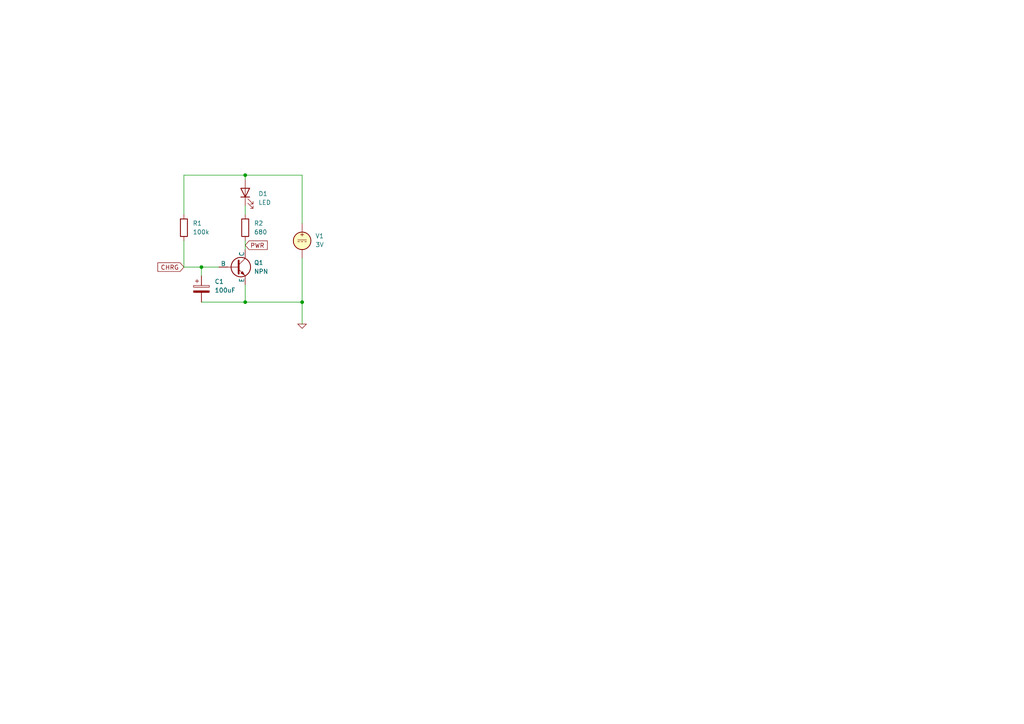
<source format=kicad_sch>
(kicad_sch (version 20250114) (generator "eeschema") (generator_version "9.0")
  (paper "A4")
  (lib_symbols
    (symbol "Device:C_Polarized" (pin_numbers (hide yes)) (pin_names (offset 0.254))
      (property "Reference" "C" (at 0.635 2.54 0))
      (property "Value" "C_Polarized" (at 0.635 -2.54 0))
      (symbol "C_Polarized_0_1"
        (rectangle (start -2.286 0.508) (end 2.286 1.016))
        (polyline (pts (xy -1.778 2.286) (xy -0.762 2.286)))
        (polyline (pts (xy -1.27 2.794) (xy -1.27 1.778)))
        (rectangle (start 2.286 -0.508) (end -2.286 -1.016) (fill (type outline)))
      )
      (symbol "C_Polarized_1_1"
        (pin passive line (at 0 3.81 270) (length 2.794) (name "~") (number "1"))
        (pin passive line (at 0 -3.81 90) (length 2.794) (name "~") (number "2"))
      )
    )
    (symbol "Device:LED" (pin_numbers (hide yes)) (pin_names (offset 1.016) (hide yes))
      (property "Reference" "D" (at 0 2.54 0))
      (property "Value" "LED" (at 0 -2.54 0))
      (symbol "LED_0_1"
        (polyline (pts (xy -3.048 -0.762) (xy -4.572 -2.286) (xy -3.81 -2.286) (xy -4.572 -2.286) (xy -4.572 -1.524)))
        (polyline (pts (xy -1.778 -0.762) (xy -3.302 -2.286) (xy -2.54 -2.286) (xy -3.302 -2.286) (xy -3.302 -1.524)))
        (polyline (pts (xy -1.27 0) (xy 1.27 0)))
        (polyline (pts (xy -1.27 -1.27) (xy -1.27 1.27)) (stroke (width 0.254)))
        (polyline (pts (xy 1.27 -1.27) (xy 1.27 1.27) (xy -1.27 0) (xy 1.27 -1.27)) (stroke (width 0.254)))
      )
      (symbol "LED_1_1"
        (pin passive line (at -3.81 0 0) (length 2.54) (name "K") (number "1"))
        (pin passive line (at 3.81 0 180) (length 2.54) (name "A") (number "2"))
      )
    )
    (symbol "Device:R" (pin_numbers (hide yes)) (pin_names (offset 0))
      (property "Reference" "R" (at 2.032 0 90))
      (property "Value" "R" (at 0 0 90))
      (symbol "R_0_1"
        (rectangle (start -1.016 -2.54) (end 1.016 2.54) (stroke (width 0.254)))
      )
      (symbol "R_1_1"
        (pin passive line (at 0 3.81 270) (length 1.27) (name "~") (number "1"))
        (pin passive line (at 0 -3.81 90) (length 1.27) (name "~") (number "2"))
      )
    )
    (symbol "Simulation_SPICE:0" (power) (pin_numbers (hide yes)) (pin_names (offset 0) (hide yes))
      (property "Value" "0" (at 0 -2.54 0))
      (symbol "0_0_1"
        (polyline (pts (xy -1.27 0) (xy 0 -1.27) (xy 1.27 0) (xy -1.27 0)))
      )
      (symbol "0_1_1"
        (pin power_in line (at 0 0 0) (length 0) (name "~") (number "1"))
      )
    )
    (symbol "Simulation_SPICE:NPN" (pin_numbers (hide yes)) (pin_names (offset 0))
      (property "Reference" "Q" (at -2.54 7.62 0))
      (property "Value" "NPN" (at -2.54 5.08 0))
      (symbol "NPN_0_1"
        (polyline (pts (xy -2.54 0) (xy 0.635 0)) (stroke (width 0.1524)))
        (polyline (pts (xy 0.635 1.905) (xy 0.635 -1.905) (xy 0.635 -1.905)) (stroke (width 0.508)))
        (polyline (pts (xy 0.635 0.635) (xy 2.54 2.54)))
        (polyline (pts (xy 0.635 -0.635) (xy 2.54 -2.54) (xy 2.54 -2.54)))
        (circle (center 1.27 0) (radius 2.8194) (stroke (width 0.254)))
        (polyline (pts (xy 1.27 -1.778) (xy 1.778 -1.27) (xy 2.286 -2.286) (xy 1.27 -1.778) (xy 1.27 -1.778)) (fill (type outline)))
        (polyline (pts (xy 2.794 -1.27) (xy 2.794 -1.27)) (stroke (width 0.1524)))
        (polyline (pts (xy 2.794 -1.27) (xy 2.794 -1.27)) (stroke (width 0.1524)))
      )
      (symbol "NPN_1_1"
        (pin input line (at -5.08 0 0) (length 2.54) (name "B") (number "2"))
        (pin open_collector line (at 2.54 5.08 270) (length 2.54) (name "C") (number "1"))
        (pin open_emitter line (at 2.54 -5.08 90) (length 2.54) (name "E") (number "3"))
      )
    )
    (symbol "Simulation_SPICE:VDC" (pin_numbers (hide yes)) (pin_names (offset 0.0254))
      (property "Reference" "V" (at 2.54 2.54 0))
      (property "Value" "1" (at 2.54 0 0))
      (symbol "VDC_0_0"
        (polyline (pts (xy -1.27 0.254) (xy 1.27 0.254)))
        (polyline (pts (xy -0.762 -0.254) (xy -1.27 -0.254)))
        (polyline (pts (xy 0.254 -0.254) (xy -0.254 -0.254)))
        (polyline (pts (xy 1.27 -0.254) (xy 0.762 -0.254)))
        (text "+" (at 0 1.905 0) (effects (font (size 1.27 1.27))))
      )
      (symbol "VDC_0_1"
        (circle (center 0 0) (radius 2.54) (stroke (width 0.254)) (fill (type background)))
      )
      (symbol "VDC_1_1"
        (pin passive line (at 0 5.08 270) (length 2.54) (name "~") (number "1"))
        (pin passive line (at 0 -5.08 90) (length 2.54) (name "~") (number "2"))
      )
    )
  )
  (junction (at 58.42 77.47))
  (junction (at 71.12 87.63))
  (junction (at 87.63 87.63))
  (junction (at 71.12 50.8))
  (wire (pts (xy 87.63 87.63) (xy 87.63 93.98)))
  (wire (pts (xy 87.63 50.8) (xy 71.12 50.8)))
  (wire (pts (xy 53.34 77.47) (xy 58.42 77.47)))
  (wire (pts (xy 71.12 50.8) (xy 53.34 50.8)))
  (wire (pts (xy 71.12 59.69) (xy 71.12 62.23)))
  (wire (pts (xy 71.12 50.8) (xy 71.12 52.07)))
  (wire (pts (xy 71.12 69.85) (xy 71.12 72.39)))
  (wire (pts (xy 58.42 87.63) (xy 71.12 87.63)))
  (wire (pts (xy 58.42 77.47) (xy 58.42 80.01)))
  (wire (pts (xy 71.12 87.63) (xy 87.63 87.63)))
  (wire (pts (xy 71.12 82.55) (xy 71.12 87.63)))
  (wire (pts (xy 58.42 77.47) (xy 63.5 77.47)))
  (wire (pts (xy 53.34 69.85) (xy 53.34 77.47)))
  (wire (pts (xy 87.63 64.77) (xy 87.63 50.8)))
  (wire (pts (xy 87.63 74.93) (xy 87.63 87.63)))
  (wire (pts (xy 53.34 50.8) (xy 53.34 62.23)))
  (global_label "CHRG" (shape input) (at 53.34 77.47 180) (property "Intersheetrefs" "${INTERSHEET_REFS}" (effects (hide yes))))
  (global_label "PWR" (shape input) (at 71.12 71.12 0) (property "Intersheetrefs" "${INTERSHEET_REFS}" (effects (hide yes))))
  (symbol (lib_id "Simulation_SPICE:VDC") (at 87.63 69.85 0) (unit 1)
    (property "Reference" "V1" (at 91.44 68.4501 0) (effects (justify left)))
    (property "Value" "3V" (at 91.44 70.9901 0) (effects (justify left)))
    (property "Datasheet" "https://ngspice.sourceforge.io/docs/ngspice-html-manual/manual.xhtml#sec_Independent_Sources_for" (effects (hide yes)))
    (property "Description" "Voltage source, DC" (effects (hide yes)))
    (property "Sim.Pins" "1=+ 2=-" (effects (hide yes)))
    (property "Sim.Type" "DC" (effects (hide yes)))
    (property "Sim.Device" "V" (effects (hide yes)))
  )
  (symbol (lib_id "Simulation_SPICE:NPN") (at 68.58 77.47 0) (unit 1)
    (property "Reference" "Q1" (at 73.66 76.1999 0) (effects (justify left)))
    (property "Value" "NPN" (at 73.66 78.7399 0) (effects (justify left)))
    (property "Datasheet" "https://ngspice.sourceforge.io/docs/ngspice-html-manual/manual.xhtml#cha_BJTs" (effects (hide yes)))
    (property "Description" "Bipolar transistor symbol for simulation only, substrate tied to the emitter" (effects (hide yes)))
    (property "Sim.Device" "NPN" (effects (hide yes)))
    (property "Sim.Type" "GUMMELPOON" (effects (hide yes)))
    (property "Sim.Pins" "1=C 2=B 3=E" (effects (hide yes)))
  )
  (symbol (lib_id "Device:LED") (at 71.12 55.88 90) (unit 1)
    (property "Reference" "D1" (at 74.93 56.1974 90) (effects (justify right)))
    (property "Value" "LED" (at 74.93 58.7374 90) (effects (justify right)))
    (property "Description" "Light emitting diode" (effects (hide yes)))
    (property "Sim.Pins" "1=A 2=K" (effects (hide yes)))
    (property "Sim.Device" "D" (effects (hide yes)))
  )
  (symbol (lib_id "Device:R") (at 53.34 66.04 0) (unit 1)
    (property "Reference" "R1" (at 55.88 64.7699 0) (effects (justify left)))
    (property "Value" "100k" (at 55.88 67.3099 0) (effects (justify left)))
    (property "Description" "Resistor" (effects (hide yes)))
  )
  (symbol (lib_id "Device:R") (at 71.12 66.04 0) (unit 1)
    (property "Reference" "R2" (at 73.66 64.7699 0) (effects (justify left)))
    (property "Value" "680" (at 73.66 67.3099 0) (effects (justify left)))
    (property "Description" "Resistor" (effects (hide yes)))
  )
  (symbol (lib_id "Device:C_Polarized") (at 58.42 83.82 0) (unit 1)
    (property "Reference" "C1" (at 62.23 81.6609 0) (effects (justify left)))
    (property "Value" "100uF" (at 62.23 84.2009 0) (effects (justify left)))
    (property "Description" "Polarized capacitor" (effects (hide yes)))
  )
  (symbol (lib_id "Simulation_SPICE:0") (at 87.63 93.98 0) (unit 1)
    (property "Reference" "#GND01" (effects (hide yes)))
    (property "Value" "0" (effects (hide yes)))
    (property "Datasheet" "https://ngspice.sourceforge.io/docs/ngspice-html-manual/manual.xhtml#subsec_Circuit_elements__device" (effects (hide yes)))
    (property "Description" "0V reference potential for simulation" (effects (hide yes)))
  )
)
</source>
